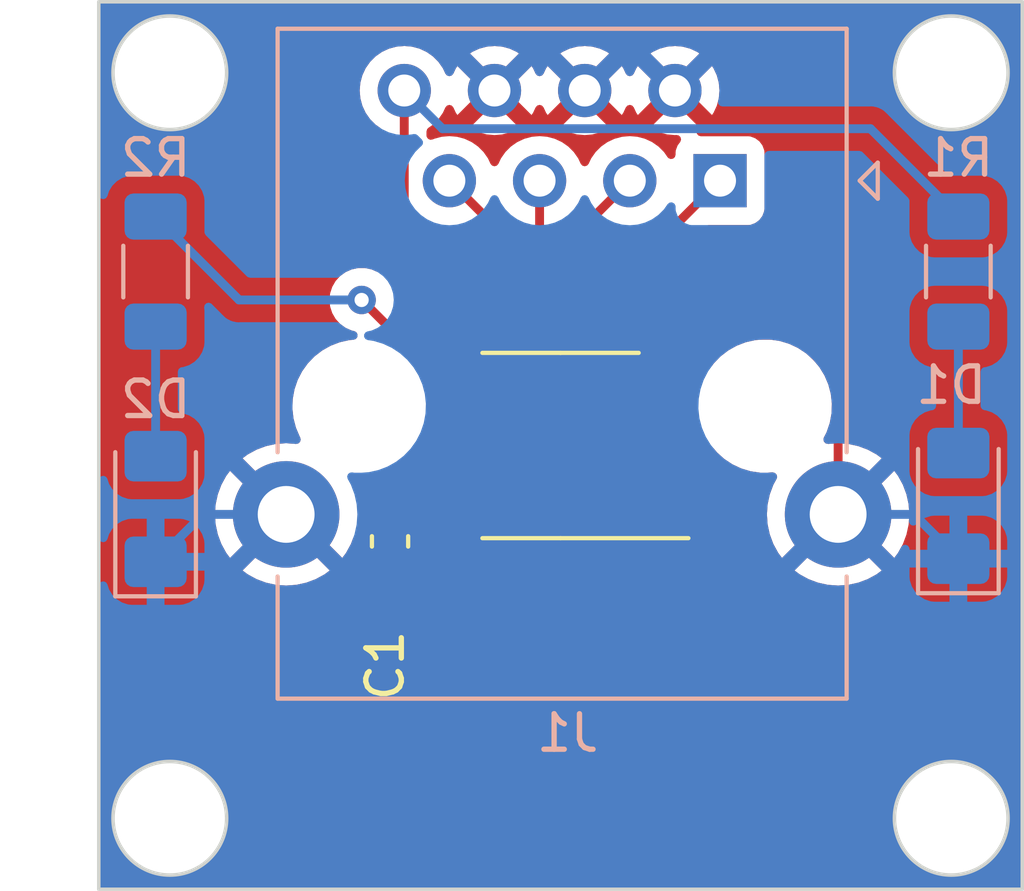
<source format=kicad_pcb>
(kicad_pcb (version 20221018) (generator pcbnew)
  (layers (0 "F.Cu" signal) (31 "B.Cu" signal) (34 "B.Paste" user) (35 "F.Paste" user) (36 "B.SilkS" user "B.Silkscreen") (37 "F.SilkS" user "F.Silkscreen") (38 "B.Mask" user) (39 "F.Mask" user) (44 "Edge.Cuts" user))
  (net 0 "")
  (net 1 "+3.3V")
  (net 2 "GND")
  (net 3 "CLK")
  (net 4 "MISO")
  (net 5 "CS")
  (net 6 "MOSI")
  (net 7 "Net-(D1-A)")
  (net 10 "Net-(D2-A)")
  (net 15 "Net-(U1-W{slash}PWM)")
  (footprint "Capacitor_SMD:C_0603_1608Metric_Pad1.08x0.95mm_HandSolder" (layer "F.Cu") (at 56.2 63.2 -90)
    (fp_text reference "C1" (at 3.5 0.1375 90) (layer "F.SilkS"))
    (fp_text value "1000nF")
    (fp_line (start -0.146267 -0.51) (end 0.146267 -0.51) (stroke (width 0.12)) (layer "F.SilkS"))
    (fp_line (start -0.146267 0.51) (end 0.146267 0.51) (stroke (width 0.12)) (layer "F.SilkS"))
    (pad "1" smd roundrect (at -0.8625 0 270) (size 1.075 0.95) (layers "F.Cu" "F.Paste" "F.Mask") (net 1 "+3.3V"))
    (pad "2" smd roundrect (at 0.8625 0 270) (size 1.075 0.95) (layers "F.Cu" "F.Paste" "F.Mask") (net 2 "GND"))
  )
  (footprint "Package_SO:TSSOP-14_4.4x5mm_P0.65mm" (layer "F.Cu") (at 61 60.5 180)
    (fp_text reference "U1" hide)
    (fp_text value "AS5047D")
    (fp_line (start 0 -2.61) (end -3.6 -2.61) (stroke (width 0.12)) (layer "F.SilkS"))
    (fp_line (start 0 -2.61) (end 2.2 -2.61) (stroke (width 0.12)) (layer "F.SilkS"))
    (fp_line (start 0 2.61) (end -2.2 2.61) (stroke (width 0.12)) (layer "F.SilkS"))
    (fp_line (start 0 2.61) (end 2.2 2.61) (stroke (width 0.12)) (layer "F.SilkS"))
    (pad "1" smd roundrect (at -2.8625 -1.95 180) (size 1.475 0.4) (layers "F.Cu" "F.Paste" "F.Mask") (net 5 "CS"))
    (pad "2" smd roundrect (at -2.8625 -1.3 180) (size 1.475 0.4) (layers "F.Cu" "F.Paste" "F.Mask") (net 3 "CLK"))
    (pad "3" smd roundrect (at -2.8625 -0.65 180) (size 1.475 0.4) (layers "F.Cu" "F.Paste" "F.Mask") (net 4 "MISO"))
    (pad "4" smd roundrect (at -2.8625 0 180) (size 1.475 0.4) (layers "F.Cu" "F.Paste" "F.Mask") (net 6 "MOSI"))
    (pad "5" smd roundrect (at -2.8625 0.65 180) (size 1.475 0.4) (layers "F.Cu" "F.Paste" "F.Mask") (net 2 "GND"))
    (pad "6" smd roundrect (at -2.8625 1.3 180) (size 1.475 0.4) (layers "F.Cu" "F.Paste" "F.Mask"))
    (pad "7" smd roundrect (at -2.8625 1.95 180) (size 1.475 0.4) (layers "F.Cu" "F.Paste" "F.Mask"))
    (pad "8" smd roundrect (at 2.8625 1.95 180) (size 1.475 0.4) (layers "F.Cu" "F.Paste" "F.Mask") (net 15 "Net-(U1-W{slash}PWM)"))
    (pad "9" smd roundrect (at 2.8625 1.3 180) (size 1.475 0.4) (layers "F.Cu" "F.Paste" "F.Mask"))
    (pad "10" smd roundrect (at 2.8625 0.65 180) (size 1.475 0.4) (layers "F.Cu" "F.Paste" "F.Mask"))
    (pad "11" smd roundrect (at 2.8625 0 180) (size 1.475 0.4) (layers "F.Cu" "F.Paste" "F.Mask"))
    (pad "12" smd roundrect (at 2.8625 -0.65 180) (size 1.475 0.4) (layers "F.Cu" "F.Paste" "F.Mask") (net 1 "+3.3V"))
    (pad "13" smd roundrect (at 2.8625 -1.3 180) (size 1.475 0.4) (layers "F.Cu" "F.Paste" "F.Mask") (net 2 "GND"))
    (pad "14" smd roundrect (at 2.8625 -1.95 180) (size 1.475 0.4) (layers "F.Cu" "F.Paste" "F.Mask"))
  )
  (footprint "LED_SMD:LED_1206_3216Metric_Pad1.42x1.75mm_HandSolder" (layer "B.Cu") (at 49.6 62.2875 90)
    (fp_text reference "D2" (at 3.0875 0) (layer "B.SilkS") (effects (justify mirror)))
    (fp_text value "LED")
    (fp_line (start -2.46 -1.135) (end 1.6 -1.135) (stroke (width 0.12)) (layer "B.SilkS"))
    (fp_line (start -2.46 1.135) (end -2.46 -1.135) (stroke (width 0.12)) (layer "B.SilkS"))
    (fp_line (start 1.6 1.135) (end -2.46 1.135) (stroke (width 0.12)) (layer "B.SilkS"))
    (pad "1" smd roundrect (at -1.4875 0 90) (size 1.425 1.75) (layers "B.Cu" "B.Paste" "B.Mask") (roundrect_rratio 0.1754392982) (net 2 "GND"))
    (pad "2" smd roundrect (at 1.4875 0 90) (size 1.425 1.75) (layers "B.Cu" "B.Paste" "B.Mask") (roundrect_rratio 0.1754392982) (net 10 "Net-(D2-A)"))
  )
  (footprint "Connector_RJ:RJ45_Ninigi_GE" (layer "B.Cu") (at 65.49 53.04 180)
    (fp_text reference "J1" (at 4.29 -15.56) (layer "B.SilkS") (effects (justify mirror)))
    (fp_text value "RJ45_Shielded")
    (fp_line (start -4.441 -0.508) (end -3.933 0) (stroke (width 0.12)) (layer "B.SilkS"))
    (fp_line (start -4.441 0.508) (end -4.441 -0.508) (stroke (width 0.12)) (layer "B.SilkS"))
    (fp_line (start -3.933 0) (end -4.441 0.508) (stroke (width 0.12)) (layer "B.SilkS"))
    (fp_line (start -3.565 -11.15) (end -3.565 -14.59) (stroke (width 0.12)) (layer "B.SilkS"))
    (fp_line (start -3.565 4.28) (end -3.565 -7.65) (stroke (width 0.12)) (layer "B.SilkS"))
    (fp_line (start 12.455 -14.59) (end -3.565 -14.59) (stroke (width 0.12)) (layer "B.SilkS"))
    (fp_line (start 12.455 -11.15) (end 12.455 -14.59) (stroke (width 0.12)) (layer "B.SilkS"))
    (fp_line (start 12.455 4.28) (end -3.565 4.28) (stroke (width 0.12)) (layer "B.SilkS"))
    (fp_line (start 12.455 4.28) (end 12.455 -7.65) (stroke (width 0.12)) (layer "B.SilkS"))
    (pad "" np_thru_hole circle (at -1.27 -6.35 180) (size 3.25 3.25) (drill 3.25) (layers "*.Cu" "*.Mask"))
    (pad "" np_thru_hole circle (at 10.16 -6.35) (size 3.25 3.25) (drill 3.25) (layers "*.Cu" "*.Mask"))
    (pad "1" thru_hole rect (at 0 0) (size 1.5 1.5) (drill 0.9) (layers "*.Cu" "*.Mask") (net 6 "MOSI"))
    (pad "2" thru_hole circle (at 1.27 2.54) (size 1.5 1.5) (drill 0.9) (layers "*.Cu" "*.Mask") (net 2 "GND"))
    (pad "3" thru_hole circle (at 2.54 0) (size 1.5 1.5) (drill 0.9) (layers "*.Cu" "*.Mask") (net 4 "MISO"))
    (pad "4" thru_hole circle (at 3.81 2.54) (size 1.5 1.5) (drill 0.9) (layers "*.Cu" "*.Mask") (net 2 "GND"))
    (pad "5" thru_hole circle (at 5.08 0) (size 1.5 1.5) (drill 0.9) (layers "*.Cu" "*.Mask") (net 3 "CLK"))
    (pad "6" thru_hole circle (at 6.35 2.54) (size 1.5 1.5) (drill 0.9) (layers "*.Cu" "*.Mask") (net 2 "GND"))
    (pad "7" thru_hole circle (at 7.62 0) (size 1.5 1.5) (drill 0.9) (layers "*.Cu" "*.Mask") (net 5 "CS"))
    (pad "8" thru_hole circle (at 8.89 2.54) (size 1.5 1.5) (drill 0.9) (layers "*.Cu" "*.Mask") (net 1 "+3.3V"))
    (pad "SH" thru_hole circle (at -3.325 -9.4 180) (size 3 3) (drill 1.6) (layers "*.Cu" "*.Mask") (net 2 "GND"))
    (pad "SH" thru_hole circle (at 12.215 -9.4) (size 3 3) (drill 1.6) (layers "*.Cu" "*.Mask") (net 2 "GND"))
  )
  (footprint "LED_SMD:LED_1206_3216Metric_Pad1.42x1.75mm_HandSolder" (layer "B.Cu") (at 72.2 62.2 90)
    (fp_text reference "D1" (at 3.4 -0.2) (layer "B.SilkS") (effects (justify mirror)))
    (fp_text value "Red")
    (fp_line (start -2.46 -1.135) (end 1.6 -1.135) (stroke (width 0.12)) (layer "B.SilkS"))
    (fp_line (start -2.46 1.135) (end -2.46 -1.135) (stroke (width 0.12)) (layer "B.SilkS"))
    (fp_line (start 1.6 1.135) (end -2.46 1.135) (stroke (width 0.12)) (layer "B.SilkS"))
    (pad "1" smd roundrect (at -1.4875 0 90) (size 1.425 1.75) (layers "B.Cu" "B.Paste" "B.Mask") (roundrect_rratio 0.1754392982) (net 2 "GND"))
    (pad "2" smd roundrect (at 1.4875 0 90) (size 1.425 1.75) (layers "B.Cu" "B.Paste" "B.Mask") (roundrect_rratio 0.1754392982) (net 7 "Net-(D1-A)"))
  )
  (footprint "Resistor_SMD:R_1206_3216Metric_Pad1.30x1.75mm_HandSolder" (layer "B.Cu") (at 49.6 55.6 90)
    (fp_text reference "R2" (at 3.2 0 180) (layer "B.SilkS") (effects (justify mirror)))
    (fp_text value "65")
    (fp_line (start -0.727064 -0.91) (end 0.727064 -0.91) (stroke (width 0.12)) (layer "B.SilkS"))
    (fp_line (start -0.727064 0.91) (end 0.727064 0.91) (stroke (width 0.12)) (layer "B.SilkS"))
    (pad "1" smd roundrect (at -1.55 0 90) (size 1.3 1.75) (layers "B.Cu" "B.Paste" "B.Mask") (roundrect_rratio 0.1923076923) (net 10 "Net-(D2-A)"))
    (pad "2" smd roundrect (at 1.55 0 90) (size 1.3 1.75) (layers "B.Cu" "B.Paste" "B.Mask") (roundrect_rratio 0.1923076923) (net 15 "Net-(U1-W{slash}PWM)"))
  )
  (footprint "Resistor_SMD:R_1206_3216Metric_Pad1.30x1.75mm_HandSolder" (layer "B.Cu") (at 72.2 55.6 90)
    (fp_text reference "R1" (at 3.2 0 180) (layer "B.SilkS") (effects (justify mirror)))
    (fp_text value "65")
    (fp_line (start -0.727064 -0.91) (end 0.727064 -0.91) (stroke (width 0.12)) (layer "B.SilkS"))
    (fp_line (start -0.727064 0.91) (end 0.727064 0.91) (stroke (width 0.12)) (layer "B.SilkS"))
    (pad "1" smd roundrect (at -1.55 0 90) (size 1.3 1.75) (layers "B.Cu" "B.Paste" "B.Mask") (roundrect_rratio 0.1923076923) (net 7 "Net-(D1-A)"))
    (pad "2" smd roundrect (at 1.55 0 90) (size 1.3 1.75) (layers "B.Cu" "B.Paste" "B.Mask") (roundrect_rratio 0.1923076923) (net 1 "+3.3V"))
  )
  (gr_circle (center 72 50) (end 73.6 50) (stroke (width 0.1)) (fill none) (layer "Edge.Cuts"))
  (gr_circle (center 50 50) (end 51.6 50) (stroke (width 0.1)) (fill none) (layer "Edge.Cuts"))
  (gr_rect (start 48 48) (end 74 73) (stroke (width 0.1)) (fill none) (layer "Edge.Cuts"))
  (gr_circle (center 50 71) (end 51.6 71) (stroke (width 0.1)) (fill none) (layer "Edge.Cuts"))
  (gr_circle (center 72 71) (end 73.6 71) (stroke (width 0.1)) (fill none) (layer "Edge.Cuts"))
  (segment (start 56.2 62.3375) (end 57.3875 61.15) (width 0.25) (layer "F.Cu") (net 1))
  (segment (start 59.2 60.776041) (end 58.826041 61.15) (width 0.25) (layer "F.Cu") (net 1))
  (segment (start 56.6 55.673959) (end 59.2 58.273959) (width 0.25) (layer "F.Cu") (net 1))
  (segment (start 56.6 50.5) (end 56.6 55.673959) (width 0.25) (layer "F.Cu") (net 1))
  (segment (start 58.826041 61.15) (end 58.1375 61.15) (width 0.25) (layer "F.Cu") (net 1))
  (segment (start 59.2 58.273959) (end 59.2 60.776041) (width 0.25) (layer "F.Cu") (net 1))
  (segment (start 57.3875 61.15) (end 58.1375 61.15) (width 0.25) (layer "F.Cu") (net 1))
  (segment (start 72.2 54.05) (end 69.725 51.575) (width 0.25) (layer "B.Cu") (net 1))
  (segment (start 69.725 51.575) (end 57.675 51.575) (width 0.25) (layer "B.Cu") (net 1))
  (segment (start 57.675 51.575) (end 56.6 50.5) (width 0.25) (layer "B.Cu") (net 1))
  (segment (start 63.683959 57.39) (end 67.588427 57.39) (width 0.25) (layer "F.Cu") (net 2))
  (segment (start 68.815 58.616573) (end 68.815 62.44) (width 0.25) (layer "F.Cu") (net 2))
  (segment (start 62.8 58.273959) (end 63.683959 57.39) (width 0.25) (layer "F.Cu") (net 2))
  (segment (start 63.173959 59.85) (end 62.8 59.476041) (width 0.25) (layer "F.Cu") (net 2))
  (segment (start 57.863541 64.0625) (end 56.2 64.0625) (width 0.25) (layer "F.Cu") (net 2))
  (segment (start 59.2 62.173959) (end 59.2 62.726041) (width 0.25) (layer "F.Cu") (net 2))
  (segment (start 58.826041 61.8) (end 59.2 62.173959) (width 0.25) (layer "F.Cu") (net 2))
  (segment (start 63.8625 59.85) (end 63.173959 59.85) (width 0.25) (layer "F.Cu") (net 2))
  (segment (start 58.1375 61.8) (end 58.826041 61.8) (width 0.25) (layer "F.Cu") (net 2))
  (segment (start 67.588427 57.39) (end 68.815 58.616573) (width 0.25) (layer "F.Cu") (net 2))
  (segment (start 62.8 59.476041) (end 62.8 58.273959) (width 0.25) (layer "F.Cu") (net 2))
  (segment (start 59.2 62.726041) (end 57.863541 64.0625) (width 0.25) (layer "F.Cu") (net 2))
  (segment (start 50.935 62.44) (end 53.275 62.44) (width 0.25) (layer "B.Cu") (net 2))
  (segment (start 72.2 63.6875) (end 70.9525 62.44) (width 0.25) (layer "B.Cu") (net 2))
  (segment (start 49.6 63.775) (end 50.935 62.44) (width 0.25) (layer "B.Cu") (net 2))
  (segment (start 70.9525 62.44) (end 68.815 62.44) (width 0.25) (layer "B.Cu") (net 2))
  (segment (start 60.41 53.04) (end 60.41 59.036041) (width 0.25) (layer "F.Cu") (net 3))
  (segment (start 63.173959 61.8) (end 63.8625 61.8) (width 0.25) (layer "F.Cu") (net 3))
  (segment (start 60.41 59.036041) (end 63.173959 61.8) (width 0.25) (layer "F.Cu") (net 3))
  (segment (start 61.9 59.876041) (end 63.173959 61.15) (width 0.25) (layer "F.Cu") (net 4))
  (segment (start 62.95 53.04) (end 61.9 54.09) (width 0.25) (layer "F.Cu") (net 4))
  (segment (start 61.9 54.09) (end 61.9 59.876041) (width 0.25) (layer "F.Cu") (net 4))
  (segment (start 63.173959 61.15) (end 63.8625 61.15) (width 0.25) (layer "F.Cu") (net 4))
  (segment (start 63.173959 62.45) (end 63.8625 62.45) (width 0.25) (layer "F.Cu") (net 5))
  (segment (start 59.96 55.13) (end 59.96 59.236041) (width 0.25) (layer "F.Cu") (net 5))
  (segment (start 59.96 59.236041) (end 63.173959 62.45) (width 0.25) (layer "F.Cu") (net 5))
  (segment (start 57.87 53.04) (end 59.96 55.13) (width 0.25) (layer "F.Cu") (net 5))
  (segment (start 63.173959 60.5) (end 63.8625 60.5) (width 0.25) (layer "F.Cu") (net 6))
  (segment (start 62.35 56.18) (end 62.35 59.676041) (width 0.25) (layer "F.Cu") (net 6))
  (segment (start 65.49 53.04) (end 62.35 56.18) (width 0.25) (layer "F.Cu") (net 6))
  (segment (start 62.35 59.676041) (end 63.173959 60.5) (width 0.25) (layer "F.Cu") (net 6))
  (segment (start 72.2 57.15) (end 72.2 60.7125) (width 0.25) (layer "B.Cu") (net 7))
  (segment (start 49.6 60.8) (end 49.6 57.15) (width 0.25) (layer "B.Cu") (net 10))
  (segment (start 55.4 56.4) (end 57.55 58.55) (width 0.25) (layer "F.Cu") (net 15))
  (segment (start 57.55 58.55) (end 58.1375 58.55) (width 0.25) (layer "F.Cu") (net 15))
  (via (at 55.4 56.4) (size 0.8) (drill 0.4) (layers "F.Cu" "B.Cu") (net 15))
  (segment (start 51.95 56.4) (end 55.4 56.4) (width 0.25) (layer "B.Cu") (net 15))
  (segment (start 49.6 54.05) (end 51.95 56.4) (width 0.25) (layer "B.Cu") (net 15))
  (zone (net 2) (net_name "GND") (layers "F&B.Cu") (connect_pads (clearance 0.5)) (min_thickness 0.25) (fill yes (thermal_gap 0.5) (thermal_bridge_width 0.5))
    (polygon (pts (xy 48 48) (xy 48 73) (xy 74 73) (xy 74 48)))
  )
)
</source>
